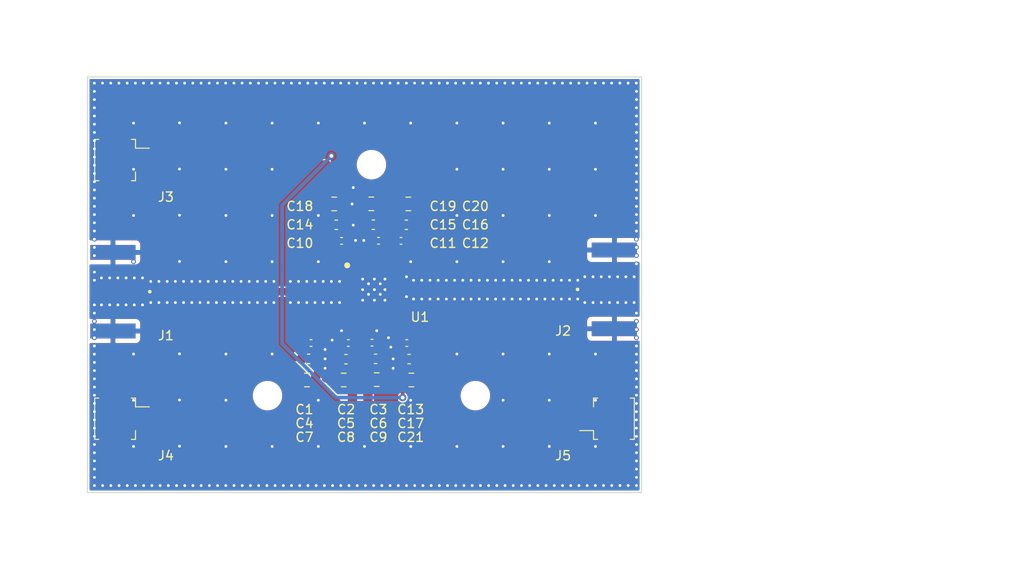
<source format=kicad_pcb>
(kicad_pcb (version 20211014) (generator pcbnew)
  (layers (0 "F.Cu" signal) (31 "B.Cu" signal) (34 "B.Paste" user) (35 "F.Paste" user) (36 "B.SilkS" user "B.Silkscreen") (37 "F.SilkS" user "F.Silkscreen") (38 "B.Mask" user) (39 "F.Mask" user) (44 "Edge.Cuts" user))
  (net 0 "")
  (net 1 "GND")
  (net 2 "/Vg_PA")
  (net 3 "/Vd_PA")
  (net 4 "/RF_out")
  (net 5 "/Vdet")
  (net 6 "/RF_In")
  (net 7 "/Vref")
  (footprint "Capacitor_SMD:C_0603_1608Metric" (layer "F.Cu") (at 140.525 86.01 180)
    (fp_text reference "C16")
    (fp_text value "10nF")
  )
  (footprint "Capacitor_SMD:C_0402_1005Metric" (layer "F.Cu") (at 136.814 98.772 180)
    (fp_text reference "C3")
    (fp_text value "100pF")
  )
  (footprint "Capacitor_SMD:C_0805_2012Metric" (layer "F.Cu") (at 129.768 102.808)
    (fp_text reference "C7")
    (fp_text value "4.7uF")
  )
  (footprint "Capacitor_SMD:C_0402_1005Metric" (layer "F.Cu") (at 130.21 98.808)
    (fp_text reference "C1")
    (fp_text value "100pF")
  )
  (footprint "MountingHole:MountingHole_2.7mm_M2.5_ISO14580" (layer "F.Cu") (at 136.75 79.5)
    (fp_text reference "SCRW1" hide)
    (fp_text value "MountingHole_Pad")
  )
  (footprint "Capacitor_SMD:C_0603_1608Metric" (layer "F.Cu") (at 133.996 100.558)
    (fp_text reference "C5")
    (fp_text value "10nF")
  )
  (footprint "Capacitor_SMD:C_0805_2012Metric" (layer "F.Cu") (at 132.725 83.75)
    (fp_text reference "C18")
    (fp_text value "4.7uF")
  )
  (footprint "MountingHole:MountingHole_2.7mm_M2.5_ISO14580" (layer "F.Cu") (at 125.5 104.5)
    (fp_text reference "SCRW2" hide)
    (fp_text value "MountingHole_Pad")
  )
  (footprint "GGS_Connectors:LINX_CONSMA020.062-G" (layer "F.Cu") (at 165.5 93 90)
    (fp_text reference "J2")
    (fp_text value "SMA")
  )
  (footprint "Capacitor_SMD:C_0402_1005Metric" (layer "F.Cu") (at 133.515 87.75)
    (fp_text reference "C10")
    (fp_text value "100pF")
  )
  (footprint "Connector_Molex:Molex_PicoBlade_53261-0271_1x02-1MP_P1.25mm_Horizontal" (layer "F.Cu") (at 109.5 79 -90)
    (fp_text reference "J3")
    (fp_text value "VDD")
  )
  (footprint "GGS_Connectors:LINX_CONSMA020.062-G" (layer "F.Cu") (at 106.3175 93.25 -90)
    (fp_text reference "J1")
    (fp_text value "SMA")
  )
  (footprint "Connector_Molex:Molex_PicoBlade_53261-0271_1x02-1MP_P1.25mm_Horizontal" (layer "F.Cu") (at 109.5 107 -90)
    (fp_text reference "J4")
    (fp_text value "VGG")
  )
  (footprint "Capacitor_SMD:C_0805_2012Metric" (layer "F.Cu") (at 136.735 83.74)
    (fp_text reference "C19")
    (fp_text value "4.7uF")
  )
  (footprint "Capacitor_SMD:C_0402_1005Metric" (layer "F.Cu") (at 137.525 87.74)
    (fp_text reference "C11")
    (fp_text value "100pF")
  )
  (footprint "Capacitor_SMD:C_0805_2012Metric" (layer "F.Cu") (at 141.078 102.808 180)
    (fp_text reference "C21")
    (fp_text value "4.7uF")
  )
  (footprint "MountingHole:MountingHole_2.7mm_M2.5_ISO14580" (layer "F.Cu") (at 148 104.5)
    (fp_text reference "SCRW3" hide)
    (fp_text value "MountingHole_Pad")
  )
  (footprint "Capacitor_SMD:C_0603_1608Metric" (layer "F.Cu") (at 129.956 100.522)
    (fp_text reference "C4")
    (fp_text value "10nF")
  )
  (footprint "Capacitor_SMD:C_0603_1608Metric" (layer "F.Cu") (at 136.955 86)
    (fp_text reference "C15")
    (fp_text value "10nF")
  )
  (footprint "Capacitor_SMD:C_0805_2012Metric" (layer "F.Cu") (at 140.745 83.75 180)
    (fp_text reference "C20")
    (fp_text value "4.7uF")
  )
  (footprint "SamacSys_Footprints:QFN65P500X500X100-25N-D" (layer "F.Cu") (at 137 93)
    (fp_text reference "U1")
    (fp_text value "HMC952ALP5GE" hide)
  )
  (footprint "Capacitor_SMD:C_0603_1608Metric" (layer "F.Cu") (at 137.195 100.522 180)
    (fp_text reference "C6")
    (fp_text value "10nF")
  )
  (footprint "Capacitor_SMD:C_0805_2012Metric" (layer "F.Cu") (at 133.746 102.808)
    (fp_text reference "C8")
    (fp_text value "4.7uF")
  )
  (footprint "Capacitor_SMD:C_0402_1005Metric" (layer "F.Cu") (at 134.246 98.808)
    (fp_text reference "C2")
    (fp_text value "100pF")
  )
  (footprint "Capacitor_SMD:C_0402_1005Metric" (layer "F.Cu") (at 140.578 98.808 180)
    (fp_text reference "C13")
    (fp_text value "100pF")
  )
  (footprint "Capacitor_SMD:C_0402_1005Metric" (layer "F.Cu") (at 139.955 87.75 180)
    (fp_text reference "C12")
    (fp_text value "100pF")
  )
  (footprint "Capacitor_SMD:C_0603_1608Metric" (layer "F.Cu") (at 140.828 100.548 180)
    (fp_text reference "C17")
    (fp_text value "10nF")
  )
  (footprint "Capacitor_SMD:C_0603_1608Metric" (layer "F.Cu") (at 132.945 86.01)
    (fp_text reference "C14")
    (fp_text value "10nF")
  )
  (footprint "Capacitor_SMD:C_0805_2012Metric" (layer "F.Cu") (at 137.322 102.772 180)
    (fp_text reference "C9")
    (fp_text value "4.7uF")
  )
  (footprint "Connector_Molex:Molex_PicoBlade_53261-0271_1x02-1MP_P1.25mm_Horizontal" (layer "F.Cu") (at 162.5 107 90)
    (fp_text reference "J5")
    (fp_text value "VDET")
  )
  (gr_rect (start 106 115) (end 166 70) (layer "Edge.Cuts") (width 0.1) (fill none))
  (via (at 111 110) (size 0.508) (drill 0.3048) (layers "F.Cu" "B.Cu") (net 1))
  (via (at 138.211 93.029) (size 0.508) (drill 0.3048) (layers "F.Cu" "B.Cu") (net 1))
  (via (at 126 80) (size 0.508) (drill 0.3048) (layers "F.Cu" "B.Cu") (net 1))
  (via (at 106.762 111.571) (size 0.508) (drill 0.3048) (layers "F.Cu" "B.Cu") (net 1))
  (via (at 162.515 94.426) (size 0.508) (drill 0.3048) (layers "F.Cu" "B.Cu") (net 1))
  (via (at 112.858 92.14) (size 0.508) (drill 0.3048) (layers "F.Cu" "B.Cu") (net 1))
  (via (at 110.318 114.238) (size 0.508) (drill 0.3048) (layers "F.Cu" "B.Cu") (net 1))
  (via (at 120.859 94.426) (size 0.508) (drill 0.3048) (layers "F.Cu" "B.Cu") (net 1))
  (via (at 106.762 84.012) (size 0.508) (drill 0.3048) (layers "F.Cu" "B.Cu") (net 1))
  (via (at 151.974 94.045) (size 0.508) (drill 0.3048) (layers "F.Cu" "B.Cu") (net 1))
  (via (at 149.307 94.045) (size 0.508) (drill 0.3048) (layers "F.Cu" "B.Cu") (net 1))
  (via (at 146 85) (size 0.508) (drill 0.3048) (layers "F.Cu" "B.Cu") (net 1))
  (via (at 165.436 109.793) (size 0.508) (drill 0.3048) (layers "F.Cu" "B.Cu") (net 1))
  (via (at 155.656972 114.234671) (size 0.508) (drill 0.3048) (layers "F.Cu" "B.Cu") (net 1))
  (via (at 126 75) (size 0.508) (drill 0.3048) (layers "F.Cu" "B.Cu") (net 1))
  (via (at 156 85) (size 0.508) (drill 0.3048) (layers "F.Cu" "B.Cu") (net 1))
  (via (at 134.321 114.238) (size 0.508) (drill 0.3048) (layers "F.Cu" "B.Cu") (net 1))
  (via (at 165.436 78.678) (size 0.508) (drill 0.3048) (layers "F.Cu" "B.Cu") (net 1))
  (via (at 165.436 103.57) (size 0.508) (drill 0.3048) (layers "F.Cu" "B.Cu") (net 1))
  (via (at 120.974323 70.672489) (size 0.508) (drill 0.3048) (layers "F.Cu" "B.Cu") (net 1))
  (via (at 157.308 94.045) (size 0.508) (drill 0.3048) (layers "F.Cu" "B.Cu") (net 1))
  (via (at 129.749 92.14) (size 0.508) (drill 0.3048) (layers "F.Cu" "B.Cu") (net 1))
  (via (at 155.53 94.045) (size 0.508) (drill 0.3048) (layers "F.Cu" "B.Cu") (net 1))
  (via (at 119.208 114.238) (size 0.508) (drill 0.3048) (layers "F.Cu" "B.Cu") (net 1))
  (via (at 143.973 94.045) (size 0.508) (drill 0.3048) (layers "F.Cu" "B.Cu") (net 1))
  (via (at 106.762 102.681) (size 0.508) (drill 0.3048) (layers "F.Cu" "B.Cu") (net 1))
  (via (at 165.436 81.345) (size 0.508) (drill 0.3048) (layers "F.Cu" "B.Cu") (net 1))
  (via (at 147.644323 70.672489) (size 0.508) (drill 0.3048) (layers "F.Cu" "B.Cu") (net 1))
  (via (at 146.755351 70.675818) (size 0.508) (drill 0.3048) (layers "F.Cu" "B.Cu") (net 1))
  (via (at 152.989972 114.234671) (size 0.508) (drill 0.3048) (layers "F.Cu" "B.Cu") (net 1))
  (via (at 106.762 76.9) (size 0.508) (drill 0.3048) (layers "F.Cu" "B.Cu") (net 1))
  (via (at 117.303 92.14) (size 0.508) (drill 0.3048) (layers "F.Cu" "B.Cu") (net 1))
  (via (at 164.293 94.426) (size 0.508) (drill 0.3048) (layers "F.Cu" "B.Cu") (net 1))
  (via (at 113.862351 70.675818) (size 0.508) (drill 0.3048) (layers "F.Cu" "B.Cu") (net 1))
  (via (at 156.545972 114.234671) (size 0.508) (drill 0.3048) (layers "F.Cu" "B.Cu") (net 1))
  (via (at 144.862 94.045) (size 0.508) (drill 0.3048) (layers "F.Cu" "B.Cu") (net 1))
  (via (at 131.527 94.426) (size 0.508) (drill 0.3048) (layers "F.Cu" "B.Cu") (net 1))
  (via (at 156 90) (size 0.508) (drill 0.3048) (layers "F.Cu" "B.Cu") (net 1))
  (via (at 135.036 87.695) (size 0.508) (drill 0.3048) (layers "F.Cu" "B.Cu") (net 1))
  (via (at 107.651 114.238) (size 0.508) (drill 0.3048) (layers "F.Cu" "B.Cu") (net 1))
  (via (at 123.652972 114.234671) (size 0.508) (drill 0.3048) (layers "F.Cu" "B.Cu") (net 1))
  (via (at 116.529351 70.675818) (size 0.508) (drill 0.3048) (layers "F.Cu" "B.Cu") (net 1))
  (via (at 165.436 113.349) (size 0.508) (drill 0.3048) (layers "F.Cu" "B.Cu") (net 1))
  (via (at 138.846 99.252) (size 0.508) (drill 0.3048) (layers "F.Cu" "B.Cu") (net 1))
  (via (at 165.432671 88.457028) (size 0.508) (drill 0.3048) (layers "F.Cu" "B.Cu") (net 1))
  (via (at 137.865351 70.675818) (size 0.508) (drill 0.3048) (layers "F.Cu" "B.Cu") (net 1))
  (via (at 112.973351 70.675818) (size 0.508) (drill 0.3048) (layers "F.Cu" "B.Cu") (net 1))
  (via (at 146 90) (size 0.508) (drill 0.3048) (layers "F.Cu" "B.Cu") (net 1))
  (via (at 144.088351 70.675818) (size 0.508) (drill 0.3048) (layers "F.Cu" "B.Cu") (net 1))
  (via (at 112.858 94.426) (size 0.508) (drill 0.3048) (layers "F.Cu" "B.Cu") (net 1))
  (via (at 145.751 92.013) (size 0.508) (drill 0.3048) (layers "F.Cu" "B.Cu") (net 1))
  (via (at 129.749 94.426) (size 0.508) (drill 0.3048) (layers "F.Cu" "B.Cu") (net 1))
  (via (at 115.974623 104.974623) (size 0.508) (drill 0.3048) (layers "F.Cu" "B.Cu") (net 1))
  (via (at 165.432671 71.566028) (size 0.508) (drill 0.3048) (layers "F.Cu" "B.Cu") (net 1))
  (via (at 106.758671 94.680028) (size 0.508) (drill 0.3048) (layers "F.Cu" "B.Cu") (net 1))
  (via (at 150.322972 114.234671) (size 0.508) (drill 0.3048) (layers "F.Cu" "B.Cu") (net 1))
  (via (at 121.748 94.426) (size 0.508) (drill 0.3048) (layers "F.Cu" "B.Cu") (net 1))
  (via (at 106.758671 92.013028) (size 0.508) (drill 0.3048) (layers "F.Cu" "B.Cu") (net 1))
  (via (at 121 85) (size 0.508) (drill 0.3048) (layers "F.Cu" "B.Cu") (net 1))
  (via (at 144.989 114.238) (size 0.508) (drill 0.3048) (layers "F.Cu" "B.Cu") (net 1))
  (via (at 122.637 94.426) (size 0.508) (drill 0.3048) (layers "F.Cu" "B.Cu") (net 1))
  (via (at 128.86 94.426) (size 0.508) (drill 0.3048) (layers "F.Cu" "B.Cu") (net 1))
  (via (at 121.748 92.14) (size 0.508) (drill 0.3048) (layers "F.Cu" "B.Cu") (net 1))
  (via (at 118.192 94.426) (size 0.508) (drill 0.3048) (layers "F.Cu" "B.Cu") (net 1))
  (via (at 126.319972 114.234671) (size 0.508) (drill 0.3048) (layers "F.Cu" "B.Cu") (net 1))
  (via (at 165.432671 100.014028) (size 0.508) (drill 0.3048) (layers "F.Cu" "B.Cu") (net 1))
  (via (at 151.085 94.045) (size 0.508) (drill 0.3048) (layers "F.Cu" "B.Cu") (net 1))
  (via (at 131.653972 114.234671) (size 0.508) (drill 0.3048) (layers "F.Cu" "B.Cu") (net 1))
  (via (at 106.758671 72.455028) (size 0.508) (drill 0.3048) (layers "F.Cu" "B.Cu") (net 1))
  (via (at 106.762 75.122) (size 0.508) (drill 0.3048) (layers "F.Cu" "B.Cu") (net 1))
  (via (at 106.762 74.233) (size 0.508) (drill 0.3048) (layers "F.Cu" "B.Cu") (net 1))
  (via (at 127.208972 114.234671) (size 0.508) (drill 0.3048) (layers "F.Cu" "B.Cu") (net 1))
  (via (at 143.084 92.013) (size 0.508) (drill 0.3048) (layers "F.Cu" "B.Cu") (net 1))
  (via (at 153.867323 70.672489) (size 0.508) (drill 0.3048) (layers "F.Cu" "B.Cu") (net 1))
  (via (at 157.308 92.013) (size 0.508) (drill 0.3048) (layers "F.Cu" "B.Cu") (net 1))
  (via (at 115.640351 70.675818) (size 0.508) (drill 0.3048) (layers "F.Cu" "B.Cu") (net 1))
  (via (at 121 90) (size 0.508) (drill 0.3048) (layers "F.Cu" "B.Cu") (net 1))
  (via (at 106.762 79.567) (size 0.508) (drill 0.3048) (layers "F.Cu" "B.Cu") (net 1))
  (via (at 123.526 94.426) (size 0.508) (drill 0.3048) (layers "F.Cu" "B.Cu") (net 1))
  (via (at 150.311323 70.672489) (size 0.508) (drill 0.3048) (layers "F.Cu" "B.Cu") (net 1))
  (via (at 164.293 91.632) (size 0.508) (drill 0.3048) (layers "F.Cu" "B.Cu") (net 1))
  (via (at 111 90) (size 0.508) (drill 0.3048) (layers "F.Cu" "B.Cu") (net 1))
  (via (at 165.436 104.459) (size 0.508) (drill 0.3048) (layers "F.Cu" "B.Cu") (net 1))
  (via (at 126.193 92.14) (size 0.508) (drill 0.3048) (layers "F.Cu" "B.Cu") (net 1))
  (via (at 137.703 93.537) (size 0.508) (drill 0.3048) (layers "F.Cu" "B.Cu") (net 1))
  (via (at 139.655 114.238) (size 0.508) (drill 0.3048) (layers "F.Cu" "B.Cu") (net 1))
  (via (at 136.087351 70.675818) (size 0.508) (drill 0.3048) (layers "F.Cu" "B.Cu") (net 1))
  (via (at 142.195 92.013) (size 0.508) (drill 0.3048) (layers "F.Cu" "B.Cu") (net 1))
  (via (at 127.197323 70.672489) (size 0.508) (drill 0.3048) (layers "F.Cu" "B.Cu") (net 1))
  (via (at 120.985972 114.234671) (size 0.508) (drill 0.3048) (layers "F.Cu" "B.Cu") (net 1))
  (via (at 165.436 108.015) (size 0.508) (drill 0.3048) (layers "F.Cu" "B.Cu") (net 1))
  (via (at 106.762 100.903) (size 0.508) (drill 0.3048) (layers "F.Cu" "B.Cu") (net 1))
  (via (at 106.758671 71.566028) (size 0.508) (drill 0.3048) (layers "F.Cu" "B.Cu") (net 1))
  (via (at 146.64 94.045) (size 0.508) (drill 0.3048) (layers "F.Cu" "B.Cu") (net 1))
  (via (at 152.863 94.045) (size 0.508) (drill 0.3048) (layers "F.Cu" "B.Cu") (net 1))
  (via (at 126 90) (size 0.508) (drill 0.3048) (layers "F.Cu" "B.Cu") (net 1))
  (via (at 159.848 91.632) (size 0.508) (drill 0.3048) (layers "F.Cu" "B.Cu") (net 1))
  (via (at 109.417351 70.675818) (size 0.508) (drill 0.3048) (layers "F.Cu" "B.Cu") (net 1))
  (via (at 144.1 114.238) (size 0.508) (drill 0.3048) (layers "F.Cu" "B.Cu") (net 1))
  (via (at 158.197 94.045) (size 0.508) (drill 0.3048) (layers "F.Cu" "B.Cu") (net 1))
  (via (at 123.641323 70.672489) (size 0.508) (drill 0.3048) (layers "F.Cu" "B.Cu") (net 1))
  (via (at 137.068 94.172) (size 0.508) (drill 0.3048) (layers "F.Cu" "B.Cu") (net 1))
  (via (at 135.798 91.886) (size 0.508) (drill 0.3048) (layers "F.Cu" "B.Cu") (net 1))
  (via (at 138.754351 70.675818) (size 0.508) (drill 0.3048) (layers "F.Cu" "B.Cu") (net 1))
  (via (at 165.432671 73.344028) (size 0.508) (drill 0.3048) (layers "F.Cu" "B.Cu") (net 1))
  (via (at 152.863 92.013) (size 0.508) (drill 0.3048) (layers "F.Cu" "B.Cu") (net 1))
  (via (at 165.436 85.79) (size 0.508) (drill 0.3048) (layers "F.Cu" "B.Cu") (net 1))
  (via (at 119.196351 70.675818) (size 0.508) (drill 0.3048) (layers "F.Cu" "B.Cu") (net 1))
  (via (at 114.636 92.14) (size 0.508) (drill 0.3048) (layers "F.Cu" "B.Cu") (net 1))
  (via (at 136.433 93.537) (size 0.508) (drill 0.3048) (layers "F.Cu" "B.Cu") (net 1))
  (via (at 111 80) (size 0.508) (drill 0.3048) (layers "F.Cu" "B.Cu") (net 1))
  (via (at 118.319 114.238) (size 0.508) (drill 0.3048) (layers "F.Cu" "B.Cu") (net 1))
  (via (at 133.431972 114.234671) (size 0.508) (drill 0.3048) (layers "F.Cu" "B.Cu") (net 1))
  (via (at 160.090323 70.672489) (size 0.508) (drill 0.3048) (layers "F.Cu" "B.Cu") (net 1))
  (via (at 113.874 114.238) (size 0.508) (drill 0.3048) (layers "F.Cu" "B.Cu") (net 1))
  (via (at 165.436 74.233) (size 0.508) (drill 0.3048) (layers "F.Cu" "B.Cu") (net 1))
  (via (at 106.762 110.682) (size 0.508) (drill 0.3048) (layers "F.Cu" "B.Cu") (net 1))
  (via (at 106.762 83.123) (size 0.508) (drill 0.3048) (layers "F.Cu" "B.Cu") (net 1))
  (via (at 119.97 92.14) (size 0.508) (drill 0.3048) (layers "F.Cu" "B.Cu") (net 1))
  (via (at 165.436 108.904) (size 0.508) (drill 0.3048) (layers "F.Cu" "B.Cu") (net 1))
  (via (at 116.414 94.426) (size 0.508) (drill 0.3048) (layers "F.Cu" "B.Cu") (net 1))
  (via (at 156.534323 70.672489) (size 0.508) (drill 0.3048) (layers "F.Cu" "B.Cu") (net 1))
  (via (at 131.734 101.538) (size 0.508) (drill 0.3048) (layers "F.Cu" "B.Cu") (net 1))
  (via (at 120.859 92.14) (size 0.508) (drill 0.3048) (layers "F.Cu" "B.Cu") (net 1))
  (via (at 122.752323 70.672489) (size 0.508) (drill 0.3048) (layers "F.Cu" "B.Cu") (net 1))
  (via (at 151 110) (size 0.508) (drill 0.3048) (layers "F.Cu" "B.Cu") (net 1))
  (via (at 146.64 92.013) (size 0.508) (drill 0.3048) (layers "F.Cu" "B.Cu") (net 1))
  (via (at 142.195 94.045) (size 0.508) (drill 0.3048) (layers "F.Cu" "B.Cu") (net 1))
  (via (at 139.643351 70.675818) (size 0.508) (drill 0.3048) (layers "F.Cu" "B.Cu") (net 1))
  (via (at 127.971 94.426) (size 0.508) (drill 0.3048) (layers "F.Cu" "B.Cu") (net 1))
  (via (at 132.542972 114.234671) (size 0.508) (drill 0.3048) (layers "F.Cu" "B.Cu") (net 1))
  (via (at 111.08 91.759) (size 0.508) (drill 0.3048) (layers "F.Cu" "B.Cu") (net 1))
  (via (at 141.433 114.238) (size 0.508) (drill 0.3048) (layers "F.Cu" "B.Cu") (net 1))
  (via (at 106.762 84.901) (size 0.508) (drill 0.3048) (layers "F.Cu" "B.Cu") (net 1))
  (via (at 165.430987 114.232987) (size 0.508) (drill 0.3048) (layers "F.Cu" "B.Cu") (net 1))
  (via (at 111 100) (size 0.508) (drill 0.3048) (layers "F.Cu" "B.Cu") (net 1))
  (via (at 106.758671 88.457028) (size 0.508) (drill 0.3048) (layers "F.Cu" "B.Cu") (net 1))
  (via (at 106.762 108.015) (size 0.508) (drill 0.3048) (layers "F.Cu" "B.Cu") (net 1))
  (via (at 158.197 92.013) (size 0.508) (drill 0.3048) (layers "F.Cu" "B.Cu") (net 1))
  (via (at 134.782 86.044) (size 0.508) (drill 0.3048) (layers "F.Cu" "B.Cu") (net 1))
  (via (at 146 100) (size 0.508) (drill 0.3048) (layers "F.Cu" "B.Cu") (net 1))
  (via (at 147.655972 114.234671) (size 0.508) (drill 0.3048) (layers "F.Cu" "B.Cu") (net 1))
  (via (at 151.200323 70.672489) (size 0.508) (drill 0.3048) (layers "F.Cu" "B.Cu") (net 1))
  (via (at 134.782 81.98) (size 0.508) (drill 0.3048) (layers "F.Cu" "B.Cu") (net 1))
  (via (at 146.767 114.238) (size 0.508) (drill 0.3048) (layers "F.Cu" "B.Cu") (net 1))
  (via (at 162.763987 114.232987) (size 0.508) (drill 0.3048) (layers "F.Cu" "B.Cu") (net 1))
  (via (at 163.641338 70.670805) (size 0.508) (drill 0.3048) (layers "F.Cu" "B.Cu") (net 1))
  (via (at 106.758671 70.677028) (size 0.508) (drill 0.3048) (layers "F.Cu" "B.Cu") (net 1))
  (via (at 132.496 98.49) (size 0.508) (drill 0.3048) (layers "F.Cu" "B.Cu") (net 1))
  (via (at 156 110) (size 0.508) (drill 0.3048) (layers "F.Cu" "B.Cu") (net 1))
  (via (at 165.432671 95.569028) (size 0.508) (drill 0.3048) (layers "F.Cu" "B.Cu") (net 1))
  (via (at 165.182 91.632) (size 0.508) (drill 0.3048) (layers "F.Cu" "B.Cu") (net 1))
  (via (at 134.655 83.758) (size 0.508) (drill 0.3048) (layers "F.Cu" "B.Cu") (net 1))
  (via (at 123.526 92.14) (size 0.508) (drill 0.3048) (layers "F.Cu" "B.Cu") (net 1))
  (via (at 160.101972 114.234671) (size 0.508) (drill 0.3048) (layers "F.Cu" "B.Cu") (net 1))
  (via (at 148.544972 114.234671) (size 0.508) (drill 0.3048) (layers "F.Cu" "B.Cu") (net 1))
  (via (at 164.541987 114.232987) (size 0.508) (drill 0.3048) (layers "F.Cu" "B.Cu") (net 1))
  (via (at 165.436 86.679) (size 0.508) (drill 0.3048) (layers "F.Cu" "B.Cu") (net 1))
  (via (at 121 100) (size 0.508) (drill 0.3048) (layers "F.Cu" "B.Cu") (net 1))
  (via (at 115.974623 74.974623) (size 0.508) (drill 0.3048) (layers "F.Cu" "B.Cu") (net 1))
  (via (at 117.43 114.238) (size 0.508) (drill 0.3048) (layers "F.Cu" "B.Cu") (net 1))
  (via (at 132.416 94.426) (size 0.508) (drill 0.3048) (layers "F.Cu" "B.Cu") (net 1))
  (via (at 146 110) (size 0.508) (drill 0.3048) (layers "F.Cu" "B.Cu") (net 1))
  (via (at 106.758671 89.346028) (size 0.508) (drill 0.3048) (layers "F.Cu" "B.Cu") (net 1))
  (via (at 131 90) (size 0.508) (drill 0.3048) (layers "F.Cu" "B.Cu") (net 1))
  (via (at 106.758671 98.236028) (size 0.508) (drill 0.3048) (layers "F.Cu" "B.Cu") (net 1))
  (via (at 126 100) (size 0.508) (drill 0.3048) (layers "F.Cu" "B.Cu") (net 1))
  (via (at 135.198351 70.675818) (size 0.508) (drill 0.3048) (layers "F.Cu" "B.Cu") (net 1))
  (via (at 165.436 105.348) (size 0.508) (drill 0.3048) (layers "F.Cu" "B.Cu") (net 1))
  (via (at 112.096 114.238) (size 0.508) (drill 0.3048) (layers "F.Cu" "B.Cu") (net 1))
  (via (at 121 105) (size 0.508) (drill 0.3048) (layers "F.Cu" "B.Cu") (net 1))
  (via (at 130.638 94.426) (size 0.508) (drill 0.3048) (layers "F.Cu" "B.Cu") (net 1))
  (via (at 110.191 91.759) (size 0.508) (drill 0.3048) (layers "F.Cu" "B.Cu") (net 1))
  (via (at 117.303 94.426) (size 0.508) (drill 0.3048) (layers "F.Cu" "B.Cu") (net 1))
  (via (at 119.081 92.14) (size 0.508) (drill 0.3048) (layers "F.Cu" "B.Cu") (net 1))
  (via (at 158.323972 114.234671) (size 0.508) (drill 0.3048) (layers "F.Cu" "B.Cu") (net 1))
  (via (at 159.848 94.426) (size 0.508) (drill 0.3048) (layers "F.Cu" "B.Cu") (net 1))
  (via (at 160.985987 114.232987) (size 0.508) (drill 0.3048) (layers "F.Cu" "B.Cu") (net 1))
  (via (at 111.969 91.759) (size 0.508) (drill 0.3048) (layers "F.Cu" "B.Cu") (net 1))
  (via (at 145.878 114.238) (size 0.508) (drill 0.3048) (layers "F.Cu" "B.Cu") (net 1))
  (via (at 152.978323 70.672489) (size 0.508) (drill 0.3048) (layers "F.Cu" "B.Cu") (net 1))
  (via (at 165.436 102.681) (size 0.508) (drill 0.3048) (layers "F.Cu" "B.Cu") (net 1))
  (via (at 156 80) (size 0.508) (drill 0.3048) (layers "F.Cu" "B.Cu") (net 1))
  (via (at 138.211 94.172) (size 0.508) (drill 0.3048) (layers "F.Cu" "B.Cu") (net 1))
  (via (at 125.430972 114.234671) (size 0.508) (drill 0.3048) (layers "F.Cu" "B.Cu") (net 1))
  (via (at 109.429 114.238) (size 0.508) (drill 0.3048) (layers "F.Cu" "B.Cu") (net 1))
  (via (at 165.436 83.123) (size 0.508) (drill 0.3048) (layers "F.Cu" "B.Cu") (net 1))
  (via (at 163.652987 114.232987) (size 0.508) (drill 0.3048) (layers "F.Cu" "B.Cu") (net 1))
  (via (at 115.652 114.238) (size 0.508) (drill 0.3048) (layers "F.Cu" "B.Cu") (net 1))
  (via (at 145.866351 70.675818) (size 0.508) (drill 0.3048) (layers "F.Cu" "B.Cu") (net 1))
  (via (at 114.636 94.426) (size 0.508) (drill 0.3048) (layers "F.Cu" "B.Cu") (net 1))
  (via (at 143.199351 70.675818) (size 0.508) (drill 0.3048) (layers "F.Cu" "B.Cu") (net 1))
  (via (at 143.084 94.045) (size 0.508) (drill 0.3048) (layers "F.Cu" "B.Cu") (net 1))
  (via (at 142.322 114.238) (size 0.508) (drill 0.3048) (layers "F.Cu" "B.Cu") (net 1))
  (via (at 161.626 94.426) (size 0.508) (drill 0.3048) (layers "F.Cu" "B.Cu") (net 1))
  (via (at 106.762 105.348) (size 0.508) (drill 0.3048) (layers "F.Cu" "B.Cu") (net 1))
  (via (at 118.192 92.14) (size 0.508) (drill 0.3048) (layers "F.Cu" "B.Cu") (net 1))
  (via (at 106.762 106.237) (size 0.508) (drill 0.3048) (layers "F.Cu" "B.Cu") (net 1))
  (via (at 107.639351 70.675818) (size 0.508) (drill 0.3048) (layers "F.Cu" "B.Cu") (net 1))
  (via (at 153.878972 114.234671) (size 0.508) (drill 0.3048) (layers "F.Cu" "B.Cu") (net 1))
  (via (at 136 110) (size 0.508) (drill 0.3048) (layers "F.Cu" "B.Cu") (net 1))
  (via (at 132.531323 70.672489) (size 0.508) (drill 0.3048) (layers "F.Cu" "B.Cu") (net 1))
  (via (at 153.752 94.045) (size 0.508) (drill 0.3048) (layers "F.Cu" "B.Cu") (net 1))
  (via (at 159.201323 70.672489) (size 0.508) (drill 0.3048) (layers "F.Cu" "B.Cu") (net 1))
  (via (at 151 90) (size 0.508) (drill 0.3048) (layers "F.Cu" "B.Cu") (net 1))
  (via (at 148.418 92.013) (size 0.508) (drill 0.3048) (layers "F.Cu" "B.Cu") (net 1))
  (via (at 165.436 84.012) (size 0.508) (drill 0.3048) (layers "F.Cu" "B.Cu") (net 1))
  (via (at 131.527 92.14) (size 0.508) (drill 0.3048) (layers "F.Cu" "B.Cu") (net 1))
  (via (at 128.086323 70.672489) (size 0.508) (drill 0.3048) (layers "F.Cu" "B.Cu") (net 1))
  (via (at 165.432671 89.346028) (size 0.508) (drill 0.3048) (layers "F.Cu" "B.Cu") (net 1))
  (via (at 131.642323 70.672489) (size 0.508) (drill 0.3048) (layers "F.Cu" "B.Cu") (net 1))
  (via (at 146 75) (size 0.508) (drill 0.3048) (layers "F.Cu" "B.Cu") (net 1))
  (via (at 131 110) (size 0.508) (drill 0.3048) (layers "F.Cu" "B.Cu") (net 1))
  (via (at 131 85) (size 0.508) (drill 0.3048) (layers "F.Cu" "B.Cu") (net 1))
  (via (at 165.436 82.234) (size 0.508) (drill 0.3048) (layers "F.Cu" "B.Cu") (net 1))
  (via (at 106.762 81.345) (size 0.508) (drill 0.3048) (layers "F.Cu" "B.Cu") (net 1))
  (via (at 125.304 94.426) (size 0.508) (drill 0.3048) (layers "F.Cu" "B.Cu") (net 1))
  (via (at 131 105) (size 0.508) (drill 0.3048) (layers "F.Cu" "B.Cu") (net 1))
  (via (at 126 85) (size 0.508) (drill 0.3048) (layers "F.Cu" "B.Cu") (net 1))
  (via (at 121 75) (size 0.508) (drill 0.3048) (layers "F.Cu" "B.Cu") (net 1))
  (via (at 165.436 79.567) (size 0.508) (drill 0.3048) (layers "F.Cu" "B.Cu") (net 1))
  (via (at 151.085 92.013) (size 0.508) (drill 0.3048) (layers "F.Cu" "B.Cu") (net 1))
  (via (at 147.529 92.013) (size 0.508) (drill 0.3048) (layers "F.Cu" "B.Cu") (net 1))
  (via (at 106.762 112.46) (size 0.508) (drill 0.3048) (layers "F.Cu" "B.Cu") (net 1))
  (via (at 165.436 107.126) (size 0.508) (drill 0.3048) (layers "F.Cu" "B.Cu") (net 1))
  (via (at 122.637 92.14) (size 0.508) (drill 0.3048) (layers "F.Cu" "B.Cu") (net 1))
  (via (at 165.419338 70.670805) (size 0.508) (drill 0.3048) (layers "F.Cu" "B.Cu") (net 1))
  (via (at 133.420323 70.672489) (size 0.508) (drill 0.3048) (layers "F.Cu" "B.Cu") (net 1))
  (via (at 106.762 104.459) (size 0.508) (drill 0.3048) (layers "F.Cu" "B.Cu") (net 1))
  (via (at 138.211 91.886) (size 0.508) (drill 0.3048) (layers "F.Cu" "B.Cu") (net 1))
  (via (at 133.305 92.14) (size 0.508) (drill 0.3048) (layers "F.Cu" "B.Cu") (net 1))
  (via (at 145.751 94.045) (size 0.508) (drill 0.3048) (layers "F.Cu" "B.Cu") (net 1))
  (via (at 128.986972 114.234671) (size 0.508) (drill 0.3048) (layers "F.Cu" "B.Cu") (net 1))
  (via (at 153.752 92.013) (size 0.508) (drill 0.3048) (layers "F.Cu" "B.Cu") (net 1))
  (via (at 142.310351 70.675818) (size 0.508) (drill 0.3048) (layers "F.Cu" "B.Cu") (net 1))
  (via (at 115.974623 84.974623) (size 0.508) (drill 0.3048) (layers "F.Cu" "B.Cu") (net 1))
  (via (at 125.304 92.14) (size 0.508) (drill 0.3048) (layers "F.Cu" "B.Cu") (net 1))
  (via (at 151 80) (size 0.508) (drill 0.3048) (layers "F.Cu" "B.Cu") (net 1))
  (via (at 165.432671 90.235028) (size 0.508) (drill 0.3048) (layers "F.Cu" "B.Cu") (net 1))
  (via (at 146 80) (size 0.508) (drill 0.3048) (layers "F.Cu" "B.Cu") (net 1))
  (via (at 111.207 114.238) (size 0.508) (drill 0.3048) (layers "F.Cu" "B.Cu") (net 1))
  (via (at 149.422323 70.672489) (size 0.508) (drill 0.3048) (layers "F.Cu" "B.Cu") (net 1))
  (via (at 135.925 87.695) (size 0.508) (drill 0.3048) (layers "F.Cu" "B.Cu") (net 1))
  (via (at 119.081 94.426) (size 0.508) (drill 0.3048) (layers "F.Cu" "B.Cu") (net 1))
  (via (at 124.530323 70.672489) (size 0.508) (drill 0.3048) (layers "F.Cu" "B.Cu") (net 1))
  (via (at 106.758671 96.458028) (size 0.508) (drill 0.3048) (layers "F.Cu" "B.Cu") (net 1))
  (via (at 111.195351 70.675818) (size 0.508) (drill 0.3048) (layers "F.Cu" "B.Cu") (net 1))
  (via (at 135.21 114.238) (size 0.508) (drill 0.3048) (layers "F.Cu" "B.Cu") (net 1))
  (via (at 121.863323 70.672489) (size 0.508) (drill 0.3048) (layers "F.Cu" "B.Cu") (net 1))
  (via (at 137.877 114.238) (size 0.508) (drill 0.3048) (layers "F.Cu" "B.Cu") (net 1))
  (via (at 138.592 98.236) (size 0.508) (drill 0.3048) (layers "F.Cu" "B.Cu") (net 1))
  (via (at 114.751351 70.675818) (size 0.508) (drill 0.3048) (layers "F.Cu" "B.Cu") (net 1))
  (via (at 150.196 94.045) (size 0.508) (drill 0.3048) (layers "F.Cu" "B.Cu") (net 1))
  (via (at 137.703 92.394) (size 0.508) (drill 0.3048) (layers "F.Cu" "B.Cu") (net 1))
  (via (at 165.436 75.122) (size 0.508) (drill 0.3048) (layers "F.Cu" "B.Cu") (net 1))
  (via (at 128.975323 70.672489) (size 0.508) (drill 0.3048) (layers "F.Cu" "B.Cu") (net 1))
  (via (at 120.097 114.238) (size 0.508) (drill 0.3048) (layers "F.Cu" "B.Cu") (net 1))
  (via (at 165.182 94.426) (size 0.508) (drill 0.3048) (layers "F.Cu" "B.Cu") (net 1))
  (via (at 112.985 114.238) (size 0.508) (drill 0.3048) (layers "F.Cu" "B.Cu") (net 1))
  (via (at 161 85) (size 0.508) (drill 0.3048) (layers "F.Cu" "B.Cu") (net 1))
  (via (at 137.322 97.474) (size 0.508) (drill 0.3048) (layers "F.Cu" "B.Cu") (net 1))
  (via (at 134.309351 70.675818) (size 0.508) (drill 0.3048) (layers "F.Cu" "B.Cu") (net 1))
  (via (at 135.798 93.029) (size 0.508) (drill 0.3048) (layers "F.Cu" "B.Cu") (net 1))
  (via (at 135.798 94.172) (size 0.508) (drill 0.3048) (layers "F.Cu" "B.Cu") (net 1))
  (via (at 115.974623 109.974623) (size 0.508) (drill 0.3048) (layers "F.Cu" "B.Cu") (net 1))
  (via (at 113.747 92.14) (size 0.508) (drill 0.3048) (layers "F.Cu" "B.Cu") (net 1))
  (via (at 165.436 110.682) (size 0.508) (drill 0.3048) (layers "F.Cu" "B.Cu") (net 1))
  (via (at 110.306351 70.675818) (size 0.508) (drill 0.3048) (layers "F.Cu" "B.Cu") (net 1))
  (via (at 111 85) (size 0.508) (drill 0.3048) (layers "F.Cu" "B.Cu") (net 1))
  (via (at 130.753323 70.672489) (size 0.508) (drill 0.3048) (layers "F.Cu" "B.Cu") (net 1))
  (via (at 115.974623 89.974623) (size 0.508) (drill 0.3048) (layers "F.Cu" "B.Cu") (net 1))
  (via (at 141.421351 70.675818) (size 0.508) (drill 0.3048) (layers "F.Cu" "B.Cu") (net 1))
  (via (at 154.767972 114.234671) (size 0.508) (drill 0.3048) (layers "F.Cu" "B.Cu") (net 1))
  (via (at 140.544 91.632) (size 0.508) (drill 0.3048) (layers "F.Cu" "B.Cu") (net 1))
  (via (at 120.085351 70.675818) (size 0.508) (drill 0.3048) (layers "F.Cu" "B.Cu") (net 1))
  (via (at 106.762 85.79) (size 0.508) (drill 0.3048) (layers "F.Cu" "B.Cu") (net 1))
  (via (at 131 75) (size 0.508) (drill 0.3048) (layers "F.Cu" "B.Cu") (net 1))
  (via (at 117.418351 70.675818) (size 0.508) (drill 0.3048) (layers "F.Cu" "B.Cu") (net 1))
  (via (at 108.528351 70.675818) (size 0.508) (drill 0.3048) (layers "F.Cu" "B.Cu") (net 1))
  (via (at 161.874987 114.232987) (size 0.508) (drill 0.3048) (layers "F.Cu" "B.Cu") (net 1))
  (via (at 147.529 94.045) (size 0.508) (drill 0.3048) (layers "F.Cu" "B.Cu") (net 1))
  (via (at 156.419 94.045) (size 0.508) (drill 0.3048) (layers "F.Cu" "B.Cu") (net 1))
  (via (at 106.762 86.679) (size 0.508) (drill 0.3048) (layers "F.Cu" "B.Cu") (net 1))
  (via (at 106.758671 87.568028) (size 0.508) (drill 0.3048) (layers "F.Cu" "B.Cu") (net 1))
  (via (at 141.306 92.013) (size 0.508) (drill 0.3048) (layers "F.Cu" "B.Cu") (net 1))
  (via (at 107.524 91.759) (size 0.508) (drill 0.3048) (layers "F.Cu" "B.Cu") (net 1))
  (via (at 108.413 94.68) (size 0.508) (drill 0.3048) (layers "F.Cu" "B.Cu") (net 1))
  (via (at 106.762 114.238) (size 0.508) (drill 0.3048) (layers "F.Cu" "B.Cu") (net 1))
  (via (at 156 105) (size 0.508) (drill 0.3048) (layers "F.Cu" "B.Cu") (net 1))
  (via (at 148.533323 70.672489) (size 0.508) (drill 0.3048) (layers "F.Cu" "B.Cu") (net 1))
  (via (at 106.762 103.57) (size 0.508) (drill 0.3048) (layers "F.Cu" "B.Cu") (net 1))
  (via (at 115.974623 79.974623) (size 0.508) (drill 0.3048) (layers "F.Cu" "B.Cu") (net 1))
  (via (at 143.973 92.013) (size 0.508) (drill 0.3048) (layers "F.Cu" "B.Cu") (net 1))
  (via (at 124.415 94.426) (size 0.508) (drill 0.3048) (layers "F.Cu" "B.Cu") (net 1))
  (via (at 106.758671 100.014028) (size 0.508) (drill 0.3048) (layers "F.Cu" "B.Cu") (net 1))
  (via (at 106.758671 99.125028) (size 0.508) (drill 0.3048) (layers "F.Cu" "B.Cu") (net 1))
  (via (at 113.747 94.426) (size 0.508) (drill 0.3048) (layers "F.Cu" "B.Cu") (net 1))
  (via (at 149.307 92.013) (size 0.508) (drill 0.3048) (layers "F.Cu" "B.Cu") (net 1))
  (via (at 129.864323 70.672489) (size 0.508) (drill 0.3048) (layers "F.Cu" "B.Cu") (net 1))
  (via (at 163.404 94.426) (size 0.508) (drill 0.3048) (layers "F.Cu" "B.Cu") (net 1))
  (via (at 106.762 77.789) (size 0.508) (drill 0.3048) (layers "F.Cu" "B.Cu") (net 1))
  (via (at 155.645323 70.672489) (size 0.508) (drill 0.3048) (layers "F.Cu" "B.Cu") (net 1))
  (via (at 109.302 94.68) (size 0.508) (drill 0.3048) (layers "F.Cu" "B.Cu") (net 1))
  (via (at 165.436 112.46) (size 0.508) (drill 0.3048) (layers "F.Cu" "B.Cu") (net 1))
  (via (at 162.515 91.632) (size 0.508) (drill 0.3048) (layers "F.Cu" "B.Cu") (net 1))
  (via (at 161 110) (size 0.508) (drill 0.3048) (layers "F.Cu" "B.Cu") (net 1))
  (via (at 111.969 94.68) (size 0.508) (drill 0.3048) (layers "F.Cu" "B.Cu") (net 1))
  (via (at 141 110) (size 0.508) (drill 0.3048) (layers "F.Cu" "B.Cu") (net 1))
  (via (at 136.988 114.238) (size 0.508) (drill 0.3048) (layers "F.Cu" "B.Cu") (net 1))
  (via (at 119.97 94.426) (size 0.508) (drill 0.3048) (layers "F.Cu" "B.Cu") (net 1))
  (via (at 140.544 114.238) (size 0.508) (drill 0.3048) (layers "F.Cu" "B.Cu") (net 1))
  (via (at 126.308323 70.672489) (size 0.508) (drill 0.3048) (layers "F.Cu" "B.Cu") (net 1))
  (via (at 159.086 92.013) (size 0.508) (drill 0.3048) (layers "F.Cu" "B.Cu") (net 1))
  (via (at 165.436 76.011) (size 0.508) (drill 0.3048) (layers "F.Cu" "B.Cu") (net 1))
  (via (at 136.976351 70.675818) (size 0.508) (drill 0.3048) (layers "F.Cu" "B.Cu") (net 1))
  (via (at 127.971 92.14) (size 0.508) (drill 0.3048) (layers "F.Cu" "B.Cu") (net 1))
  (via (at 160.974338 70.670805) (size 0.508) (drill 0.3048) (layers "F.Cu" "B.Cu") (net 1))
  (via (at 106.762 76.011) (size 0.508) (drill 0.3048) (layers "F.Cu" "B.Cu") (net 1))
  (via (at 115.525 94.426) (size 0.508) (drill 0.3048) (layers "F.Cu" "B.Cu") (net 1))
  (via (at 106.758671 91.124028) (size 0.508) (drill 0.3048) (layers "F.Cu" "B.Cu") (net 1))
  (via (at 133.512 97.474) (size 0.508) (drill 0.3048) (layers "F.Cu" "B.Cu") (net 1))
  (via (at 165.436 76.9) (size 0.508) (drill 0.3048) (layers "F.Cu" "B.Cu") (net 1))
  (via (at 151.211972 114.234671) (size 0.508) (drill 0.3048) (layers "F.Cu" "B.Cu") (net 1))
  (via (at 151 100) (size 0.508) (drill 0.3048) (layers "F.Cu" "B.Cu") (net 1))
  (via (at 128.097972 114.234671) (size 0.508) (drill 0.3048) (layers "F.Cu" "B.Cu") (net 1))
  (via (at 132.416 92.14) (size 0.508) (drill 0.3048) (layers "F.Cu" "B.Cu") (net 1))
  (via (at 165.432671 96.458028) (size 0.508) (drill 0.3048) (layers "F.Cu" "B.Cu") (net 1))
  (via (at 106.762 107.126) (size 0.508) (drill 0.3048) (layers "F.Cu" "B.Cu") (net 1))
  (via (at 126 110) (size 0.508) (drill 0.3048) (layers "F.Cu" "B.Cu") (net 1))
  (via (at 154.641 94.045) (size 0.508) (drill 0.3048) (layers "F.Cu" "B.Cu") (net 1))
  (via (at 131.734 100.522) (size 0.508) (drill 0.3048) (layers "F.Cu" "B.Cu") (net 1))
  (via (at 136 75) (size 0.508) (drill 0.3048) (layers "F.Cu" "B.Cu") (net 1))
  (via (at 131.734 99.506) (size 0.508) (drill 0.3048) (layers "F.Cu" "B.Cu") (net 1))
  (via (at 138.766 114.238) (size 0.508) (drill 0.3048) (layers "F.Cu" "B.Cu") (net 1))
  (via (at 106.758671 97.347028) (size 0.508) (drill 0.3048) (layers "F.Cu" "B.Cu") (net 1))
  (via (at 115.974623 99.974623) (size 0.508) (drill 0.3048) (layers "F.Cu" "B.Cu") (net 1))
  (via (at 121.874972 114.234671) (size 0.508) (drill 0.3048) (layers "F.Cu" "B.Cu") (net 1))
  (via (at 143.211 114.238) (size 0.508) (drill 0.3048) (layers "F.Cu" "B.Cu") (net 1))
  (via (at 165.432671 98.236028) (size 0.508) (drill 0.3048) (layers "F.Cu" "B.Cu") (net 1))
  (via (at 106.762 82.234) (size 0.508) (drill 0.3048) (layers "F.Cu" "B.Cu") (net 1))
  (via (at 111.08 94.68) (size 0.508) (drill 0.3048) (layers "F.Cu" "B.Cu") (net 1))
  (via (at 161.863338 70.670805) (size 0.508) (drill 0.3048) (layers "F.Cu" "B.Cu") (net 1))
  (via (at 108.54 114.238) (size 0.508) (drill 0.3048) (layers "F.Cu" "B.Cu") (net 1))
  (via (at 106.758671 73.344028) (size 0.508) (drill 0.3048) (layers "F.Cu" "B.Cu") (net 1))
  (via (at 150.196 92.013) (size 0.508) (drill 0.3048) (layers "F.Cu" "B.Cu") (net 1))
  (via (at 116.541 114.238) (size 0.508) (drill 0.3048) (layers "F.Cu" "B.Cu") (net 1))
  (via (at 148.418 94.045) (size 0.508) (drill 0.3048) (layers "F.Cu" "B.Cu") (net 1))
  (via (at 163.404 91.632) (size 0.508) (drill 0.3048) (layers "F.Cu" "B.Cu") (net 1))
  (via (at 136.433 92.394) (size 0.508) (drill 0.3048) (layers "F.Cu" "B.Cu") (net 1))
  (via (at 140.532351 70.675818) (size 0.508) (drill 0.3048) (layers "F.Cu" "B.Cu") (net 1))
  (via (at 136.099 114.238) (size 0.508) (drill 0.3048) (layers "F.Cu" "B.Cu") (net 1))
  (via (at 162.752338 70.670805) (size 0.508) (drill 0.3048) (layers "F.Cu" "B.Cu") (net 1))
  (via (at 165.436 100.903) (size 0.508) (drill 0.3048) (layers "F.Cu" "B.Cu") (net 1))
  (via (at 165.436 80.456) (size 0.508) (drill 0.3048) (layers "F.Cu" "B.Cu") (net 1))
  (via (at 156 100) (size 0.508) (drill 0.3048) (layers "F.Cu" "B.Cu") (net 1))
  (via (at 114.763 114.238) (size 0.508) (drill 0.3048) (layers "F.Cu" "B.Cu") (net 1))
  (via (at 165.436 77.789) (size 0.508) (drill 0.3048) (layers "F.Cu" "B.Cu") (net 1))
  (via (at 151 75) (size 0.508) (drill 0.3048) (layers "F.Cu" "B.Cu") (net 1))
  (via (at 161 80) (size 0.508) (drill 0.3048) (layers "F.Cu" "B.Cu") (net 1))
  (via (at 161 105) (size 0.508) (drill 0.3048) (layers "F.Cu" "B.Cu") (net 1))
  (via (at 157.434972 114.234671) (size 0.508) (drill 0.3048) (layers "F.Cu" "B.Cu") (net 1))
  (via (at 152.100972 114.234671) (size 0.508) (drill 0.3048) (layers "F.Cu" "B.Cu") (net 1))
  (via (at 157.423323 70.672489) (size 0.508) (drill 0.3048) (layers "F.Cu" "B.Cu") (net 1))
  (via (at 141 75) (size 0.508) (drill 0.3048) (layers "F.Cu" "B.Cu") (net 1))
  (via (at 151 105) (size 0.508) (drill 0.3048) (layers "F.Cu" "B.Cu") (net 1))
  (via (at 129.875972 114.234671) (size 0.508) (drill 0.3048) (layers "F.Cu" "B.Cu") (net 1))
  (via (at 106.762 108.904) (size 0.508) (drill 0.3048) (layers "F.Cu" "B.Cu") (net 1))
  (via (at 106.762 101.792) (size 0.508) (drill 0.3048) (layers "F.Cu" "B.Cu") (net 1))
  (via (at 111 105) (size 0.508) (drill 0.3048) (layers "F.Cu" "B.Cu") (net 1))
  (via (at 125.419323 70.672489) (size 0.508) (drill 0.3048) (layers "F.Cu" "B.Cu") (net 1))
  (via (at 106.762 109.793) (size 0.508) (drill 0.3048) (layers "F.Cu" "B.Cu") (net 1))
  (via (at 165.432671 97.347028) (size 0.508) (drill 0.3048) (layers "F.Cu" "B.Cu") (net 1))
  (via (at 111 75) (size 0.508) (drill 0.3048) (layers "F.Cu" "B.Cu") (net 1))
  (via (at 141 105) (size 0.508) (drill 0.3048) (layers "F.Cu" "B.Cu") (net 1))
  (via (at 164.530338 70.670805) (size 0.508) (drill 0.3048) (layers "F.Cu" "B.Cu") (net 1))
  (via (at 121 110) (size 0.508) (drill 0.3048) (layers "F.Cu" "B.Cu") (net 1))
  (via (at 128.86 92.14) (size 0.508) (drill 0.3048) (layers "F.Cu" "B.Cu") (net 1))
  (via (at 106.762 113.349) (size 0.508) (drill 0.3048) (layers "F.Cu" "B.Cu") (net 1))
  (via (at 126.193 94.426) (size 0.508) (drill 0.3048) (layers "F.Cu" "B.Cu") (net 1))
  (via (at 109.302 91.759) (size 0.508) (drill 0.3048) (layers "F.Cu" "B.Cu") (net 1))
  (via (at 154.756323 70.672489) (size 0.508) (drill 0.3048) (layers "F.Cu" "B.Cu") (net 1))
  (via (at 165.436 84.901) (size 0.508) (drill 0.3048) (layers "F.Cu" "B.Cu") (net 1))
  (via (at 158.312323 70.672489) (size 0.508) (drill 0.3048) (layers "F.Cu" "B.Cu") (net 1))
  (via (at 160.737 94.426) (size 0.508) (drill 0.3048) (layers "F.Cu" "B.Cu") (net 1))
  (via (at 144.862 92.013) (size 0.508) (drill 0.3048) (layers "F.Cu" "B.Cu") (net 1))
  (via (at 106.762 78.678) (size 0.508) (drill 0.3048) (layers "F.Cu" "B.Cu") (net 1))
  (via (at 159.212972 114.234671) (size 0.508) (drill 0.3048) (layers "F.Cu" "B.Cu") (net 1))
  (via (at 165.436 101.792) (size 0.508) (drill 0.3048) (layers "F.Cu" "B.Cu") (net 1))
  (via (at 130.638 92.14) (size 0.508) (drill 0.3048) (layers "F.Cu" "B.Cu") (net 1))
  (via (at 154.641 92.013) (size 0.508) (drill 0.3048) (layers "F.Cu" "B.Cu") (net 1))
  (via (at 165.436 106.237) (size 0.508) (drill 0.3048) (layers "F.Cu" "B.Cu") (net 1))
  (via (at 139.1 101.538) (size 0.508) (drill 0.3048) (layers "F.Cu" "B.Cu") (net 1))
  (via (at 140.544 93.791) (size 0.508) (drill 0.3048) (layers "F.Cu" "B.Cu") (net 1))
  (via (at 160.737 91.632) (size 0.508) (drill 0.3048) (layers "F.Cu" "B.Cu") (net 1))
  (via (at 155.53 92.013) (size 0.508) (drill 0.3048) (layers "F.Cu" "B.Cu") (net 1))
  (via (at 112.084351 70.675818) (size 0.508) (drill 0.3048) (layers "F.Cu" "B.Cu") (net 1))
  (via (at 144.977351 70.675818) (size 0.508) (drill 0.3048) (layers "F.Cu" "B.Cu") (net 1))
  (via (at 121 80) (size 0.508) (drill 0.3048) (layers "F.Cu" "B.Cu") (net 1))
  (via (at 108.413 91.759) (size 0.508) (drill 0.3048) (layers "F.Cu" "B.Cu") (net 1))
  (via (at 159.086 94.045) (size 0.508) (drill 0.3048) (layers "F.Cu" "B.Cu") (net 1))
  (via (at 118.307351 70.675818) (size 0.508) (drill 0.3048) (layers "F.Cu" "B.Cu") (net 1))
  (via (at 139.1 100.522) (size 0.508) (drill 0.3048) (layers "F.Cu" "B.Cu") (net 1))
  (via (at 130.764972 114.234671) (size 0.508) (drill 0.3048) (layers "F.Cu" "B.Cu") (net 1))
  (via (at 165.436 111.571) (size 0.508) (drill 0.3048) (layers "F.Cu" "B.Cu") (net 1))
  (via (at 165.432671 72.455028) (size 0.508) (drill 0.3048) (layers "F.Cu" "B.Cu") (net 1))
  (via (at 151.974 92.013) (size 0.508) (drill 0.3048) (layers "F.Cu" "B.Cu") (net 1))
  (via (at 165.432671 87.568028) (size 0.508) (drill 0.3048) (layers "F.Cu" "B.Cu") (net 1))
  (via (at 161.626 91.632) (size 0.508) (drill 0.3048) (layers "F.Cu" "B.Cu") (net 1))
  (via (at 141 90) (size 0.508) (drill 0.3048) (layers "F.Cu" "B.Cu") (net 1))
  (via (at 137.068 91.886) (size 0.508) (drill 0.3048) (layers "F.Cu" "B.Cu") (net 1))
  (via (at 124.415 92.14) (size 0.508) (drill 0.3048) (layers "F.Cu" "B.Cu") (net 1))
  (via (at 161 100) (size 0.508) (drill 0.3048) (layers "F.Cu" "B.Cu") (net 1))
  (via (at 151 85) (size 0.508) (drill 0.3048) (layers "F.Cu" "B.Cu") (net 1))
  (via (at 133.305 94.426) (size 0.508) (drill 0.3048) (layers "F.Cu" "B.Cu") (net 1))
  (via (at 141.306 94.045) (size 0.508) (drill 0.3048) (layers "F.Cu" "B.Cu") (net 1))
  (via (at 107.524 94.68) (size 0.508) (drill 0.3048) (layers "F.Cu" "B.Cu") (net 1))
  (via (at 122.763972 114.234671) (size 0.508) (drill 0.3048) (layers "F.Cu" "B.Cu") (net 1))
  (via (at 137.068 93.029) (size 0.508) (drill 0.3048) (layers "F.Cu" "B.Cu") (net 1))
  (via (at 161 75) (size 0.508) (drill 0.3048) (layers "F.Cu" "B.Cu") (net 1))
  (via (at 156.419 92.013) (size 0.508) (drill 0.3048) (layers "F.Cu" "B.Cu") (net 1))
  (via (at 106.758671 95.569028) (size 0.508) (drill 0.3048) (layers "F.Cu" "B.Cu") (net 1))
  (via (at 116.414 92.14) (size 0.508) (drill 0.3048) (layers "F.Cu" "B.Cu") (net 1))
  (via (at 156 75) (size 0.508) (drill 0.3048) (layers "F.Cu" "B.Cu") (net 1))
  (via (at 152.089323 70.672489) (size 0.508) (drill 0.3048) (layers "F.Cu" "B.Cu") (net 1))
  (via (at 110.191 94.68) (size 0.508) (drill 0.3048) (layers "F.Cu" "B.Cu") (net 1))
  (via (at 124.541972 114.234671) (size 0.508) (drill 0.3048) (layers "F.Cu" "B.Cu") (net 1))
  (via (at 149.433972 114.234671) (size 0.508) (drill 0.3048) (layers "F.Cu" "B.Cu") (net 1))
  (via (at 115.525 92.14) (size 0.508) (drill 0.3048) (layers "F.Cu" "B.Cu") (net 1))
  (via (at 165.432671 99.125028) (size 0.508) (drill 0.3048) (layers "F.Cu" "B.Cu") (net 1))
  (via (at 106.762 80.456) (size 0.508) (drill 0.3048) (layers "F.Cu" "B.Cu") (net 1))
  (segment (start 135.375 96.373) (end 135.375 95.45) (width 0.4) (layer "F.Cu") (net 2))
  (segment (start 130.718 98.744) (end 134.55 94.912) (width 0.4) (layer "F.Cu") (net 2))
  (segment (start 136.025 96.558) (end 136.025 95.45) (width 0.4) (layer "F.Cu") (net 2))
  (segment (start 134.696 107.466) (end 134.696 102.808) (width 1) (layer "F.Cu") (net 2))
  (segment (start 136.306 96.839) (end 136.025 96.558) (width 0.4) (layer "F.Cu") (net 2))
  (segment (start 136.372 102.772) (end 136.372 96.9) (width 0.4) (layer "F.Cu") (net 2))
  (segment (start 134.274 106.618) (end 130.718 103.062) (width 1) (layer "F.Cu") (net 2))
  (segment (start 134.782 106.618) (end 134.274 106.618) (width 1) (layer "F.Cu") (net 2))
  (segment (start 111.9 106.375) (end 122.375 106.375) (width 1) (layer "F.Cu") (net 2))
  (segment (start 134.696 102.808) (end 134.696 97.052) (width 0.4) (layer "F.Cu") (net 2))
  (segment (start 130.718 102.808) (end 130.718 98.744) (width 0.4) (layer "F.Cu") (net 2))
  (segment (start 134.696 97.052) (end 135.375 96.373) (width 0.4) (layer "F.Cu") (net 2))
  (segment (start 122.375 106.375) (end 124.396 108.396) (width 1) (layer "F.Cu") (net 2))
  (segment (start 124.396 108.396) (end 133.766 108.396) (width 1) (layer "F.Cu") (net 2))
  (segment (start 134.55 94.912) (end 134.55 94.625) (width 0.4) (layer "F.Cu") (net 2))
  (segment (start 134.782 106.872) (end 136.372 105.282) (width 1) (layer "F.Cu") (net 2))
  (segment (start 136.372 105.282) (end 136.372 102.772) (width 1) (layer "F.Cu") (net 2))
  (segment (start 133.766 108.396) (end 134.696 107.466) (width 1) (layer "F.Cu") (net 2))
  (segment (start 130.718 103.062) (end 130.718 102.808) (width 1) (layer "F.Cu") (net 2))
  (segment (start 132.5 78.5) (end 133.675 79.675) (width 1) (layer "F.Cu") (net 3))
  (segment (start 140.116 80.71) (end 140.116 77.916) (width 1) (layer "F.Cu") (net 3))
  (segment (start 137.325 90.55) (end 137.325 89.175) (width 0.4) (layer "F.Cu") (net 3))
  (segment (start 137.975 90.55) (end 137.975 89.525) (width 0.4) (layer "F.Cu") (net 3))
  (segment (start 139.475 84.07) (end 139.795 83.75) (width 0.4) (layer "F.Cu") (net 3))
  (segment (start 139.475 88.025) (end 139.475 87.75) (width 0.4) (layer "F.Cu") (net 3))
  (segment (start 137.975 89.525) (end 139.475 88.025) (width 0.4) (layer "F.Cu") (net 3))
  (segment (start 133.675 79.675) (end 133.675 83.75) (width 1) (layer "F.Cu") (net 3))
  (segment (start 136.675 89.675) (end 136.675 90.55) (width 0.4) (layer "F.Cu") (net 3))
  (segment (start 134 87.75) (end 135 88.75) (width 0.4) (layer "F.Cu") (net 3))
  (segment (start 138.338 76.138) (end 134.528 76.138) (width 1) (layer "F.Cu") (net 3))
  (segment (start 140.116 77.916) (end 138.338 76.138) (width 1) (layer "F.Cu") (net 3))
  (segment (start 139.1 83.055) (end 139.795 83.75) (width 1) (layer "F.Cu") (net 3))
  (segment (start 138.846 83.055) (end 138.846 81.98) (width 1) (layer "F.Cu") (net 3))
  (segment (start 133.675 83.75) (end 133.995 84.07) (width 0.4) (layer "F.Cu") (net 3))
  (segment (start 138.37 83.055) (end 137.685 83.74) (width 1) (layer "F.Cu") (net 3))
  (segment (start 133.995 84.07) (end 133.995 87.75) (width 0.4) (layer "F.Cu") (net 3))
  (segment (start 140.128 104.713) (end 140.128 98.756) (width 0.4) (layer "F.Cu") (net 3))
  (segment (start 140.128 98.756) (end 137.975 96.603) (width 0.4) (layer "F.Cu") (net 3))
  (segment (start 137.975 96.603) (end 137.975 95.45) (width 0.4) (layer "F.Cu") (net 3))
  (segment (start 133.995 87.75) (end 134 87.75) (width 0.4) (layer "F.Cu") (net 3))
  (segment (start 137.325 89.175) (end 138 88.5) (width 0.4) (layer "F.Cu") (net 3))
  (segment (start 135.75 88.75) (end 136.675 89.675) (width 0.4) (layer "F.Cu") (net 3))
  (segment (start 111.9 78.375) (end 132.5 78.375) (width 1) (layer "F.Cu") (net 3))
  (segment (start 138.846 81.98) (end 140.116 80.71) (width 1) (layer "F.Cu") (net 3))
  (segment (start 139.1 83.055) (end 138.37 83.055) (width 1) (layer "F.Cu") (net 3))
  (segment (start 139.475 87.75) (end 139.475 84.07) (width 0.4) (layer "F.Cu") (net 3))
  (segment (start 134.528 76.138) (end 132.496 78.17) (width 1) (layer "F.Cu") (net 3))
  (segment (start 135 88.75) (end 135.75 88.75) (width 0.4) (layer "F.Cu") (net 3))
  (segment (start 138 84.055) (end 137.685 83.74) (width 0.4) (layer "F.Cu") (net 3))
  (segment (start 138 88.5) (end 138 84.055) (width 0.4) (layer "F.Cu") (net 3))
  (via (at 132.416 78.551) (size 0.8) (drill 0.4) (layers "F.Cu" "B.Cu") (net 3))
  (via (at 140.128 104.713) (size 0.8) (drill 0.4) (layers "F.Cu" "B.Cu") (net 3))
  (segment (start 140.128 104.713) (end 132.924 104.713) (width 0.4) (layer "B.Cu") (net 3))
  (segment (start 127.082 83.885) (end 132.416 78.551) (width 0.4) (layer "B.Cu") (net 3))
  (segment (start 132.924 104.713) (end 127.717 99.506) (width 0.4) (layer "B.Cu") (net 3))
  (segment (start 127.082 98.871) (end 127.082 90.743) (width 0.4) (layer "B.Cu") (net 3))
  (segment (start 127.082 90.743) (end 127.082 83.885) (width 0.4) (layer "B.Cu") (net 3))
  (segment (start 127.717 99.506) (end 127.082 98.871) (width 0.4) (layer "B.Cu") (net 3))
  (segment (start 140.575 92.675) (end 140.6 92.7) (width 0.4) (layer "F.Cu") (net 4))
  (segment (start 140.9 93) (end 162.2 93) (width 0.8255) (layer "F.Cu") (net 4))
  (segment (start 140.9 93) (end 140.6 92.7) (width 0.8255) (layer "F.Cu") (net 4))
  (segment (start 139.45 92.675) (end 140.575 92.675) (width 0.4) (layer "F.Cu") (net 4))
  (segment (start 156.125 107.625) (end 160.1 107.625) (width 0.4) (layer "F.Cu") (net 5))
  (segment (start 139.45 94.625) (end 140.825 96) (width 0.4) (layer "F.Cu") (net 5))
  (segment (start 140.825 96) (end 144.5 96) (width 0.4) (layer "F.Cu") (net 5))
  (segment (start 144.5 96) (end 156.125 107.625) (width 0.4) (layer "F.Cu") (net 5))
  (segment (start 134.55 93.325) (end 133.425 93.325) (width 0.4) (layer "F.Cu") (net 6))
  (segment (start 109.1175 93.25) (end 133.35 93.25) (width 0.8255) (layer "F.Cu") (net 6))
  (segment (start 133.425 93.325) (end 133.35 93.25) (width 0.4) (layer "F.Cu") (net 6))
  (zone (net 1) (net_name "GND") (layer "F.Cu") (connect_pads (clearance 0.1524)) (min_thickness 0.254) (fill yes (thermal_gap 0.508) (thermal_bridge_width 0.508))
    (polygon (pts (xy 166 115) (xy 106 115) (xy 106 70) (xy 166 70)))
  )
  (zone (net 1) (net_name "GND") (layer "B.Cu") (connect_pads (clearance 0.1524)) (min_thickness 0.254) (fill yes (thermal_gap 0.508) (thermal_bridge_width 0.508))
    (polygon (pts (xy 166 115) (xy 106 115) (xy 106 70) (xy 166 70)))
  )
)
</source>
